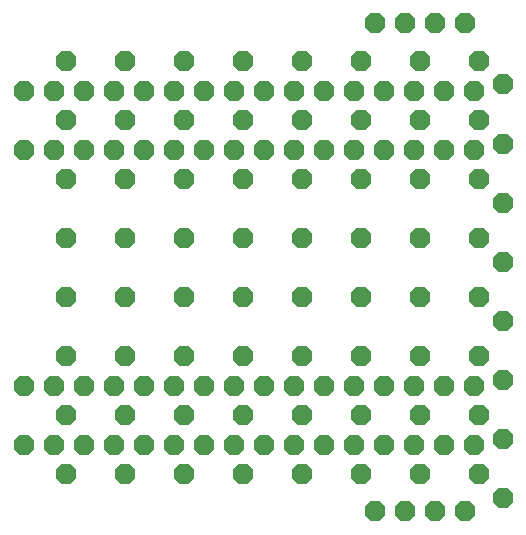
<source format=gbr>
G04 EAGLE Gerber RS-274X export*
G75*
%MOMM*%
%FSLAX34Y34*%
%LPD*%
%INSoldermask Top*%
%IPPOS*%
%AMOC8*
5,1,8,0,0,1.08239X$1,22.5*%
G01*
%ADD10P,1.869504X8X22.500000*%
%ADD11P,1.869504X8X202.500000*%


D10*
X50000Y50000D03*
X100000Y50000D03*
X150000Y50000D03*
X200000Y50000D03*
X250000Y50000D03*
X300000Y50000D03*
X350000Y50000D03*
X400000Y50000D03*
X50000Y100000D03*
X100000Y100000D03*
X150000Y100000D03*
X200000Y100000D03*
X250000Y100000D03*
X300000Y100000D03*
X350000Y100000D03*
X400000Y100000D03*
X50000Y150000D03*
X100000Y150000D03*
X150000Y150000D03*
X200000Y150000D03*
X250000Y150000D03*
X300000Y150000D03*
X350000Y150000D03*
X400000Y150000D03*
X50000Y200000D03*
X100000Y200000D03*
X150000Y200000D03*
X200000Y200000D03*
X250000Y200000D03*
X300000Y200000D03*
X350000Y200000D03*
X400000Y200000D03*
X50000Y250000D03*
X100000Y250000D03*
X150000Y250000D03*
X200000Y250000D03*
X250000Y250000D03*
X300000Y250000D03*
X350000Y250000D03*
X400000Y250000D03*
X50000Y300000D03*
X100000Y300000D03*
X150000Y300000D03*
X200000Y300000D03*
X250000Y300000D03*
X300000Y300000D03*
X350000Y300000D03*
X400000Y300000D03*
X50000Y350000D03*
X100000Y350000D03*
X150000Y350000D03*
X200000Y350000D03*
X250000Y350000D03*
X300000Y350000D03*
X350000Y350000D03*
X400000Y350000D03*
X50000Y400000D03*
X100000Y400000D03*
X150000Y400000D03*
X200000Y400000D03*
X250000Y400000D03*
X300000Y400000D03*
X350000Y400000D03*
X400000Y400000D03*
D11*
X420000Y30000D03*
X420000Y80000D03*
X420000Y130000D03*
X420000Y180000D03*
X420000Y230000D03*
X420000Y330000D03*
X420000Y280000D03*
X420000Y380000D03*
D10*
X14500Y74700D03*
X39900Y74700D03*
X65300Y74700D03*
X90700Y74700D03*
X116100Y74700D03*
X141500Y74700D03*
X166900Y74700D03*
X192300Y74700D03*
X217700Y74700D03*
X243100Y74700D03*
X268500Y74700D03*
X293900Y74700D03*
X319300Y74700D03*
X344700Y74700D03*
X370100Y74700D03*
X395500Y74700D03*
X14500Y124700D03*
X39900Y124700D03*
X65300Y124700D03*
X90700Y124700D03*
X116100Y124700D03*
X141500Y124700D03*
X166900Y124700D03*
X192300Y124700D03*
X217700Y124700D03*
X243100Y124700D03*
X268500Y124700D03*
X293900Y124700D03*
X319300Y124700D03*
X344700Y124700D03*
X370100Y124700D03*
X395500Y124700D03*
X14500Y324700D03*
X39900Y324700D03*
X65300Y324700D03*
X90700Y324700D03*
X116100Y324700D03*
X141500Y324700D03*
X166900Y324700D03*
X192300Y324700D03*
X217700Y324700D03*
X243100Y324700D03*
X268500Y324700D03*
X293900Y324700D03*
X319300Y324700D03*
X344700Y324700D03*
X370100Y324700D03*
X395500Y324700D03*
X14500Y374700D03*
X39900Y374700D03*
X65300Y374700D03*
X90700Y374700D03*
X116100Y374700D03*
X141500Y374700D03*
X166900Y374700D03*
X192300Y374700D03*
X217700Y374700D03*
X243100Y374700D03*
X268500Y374700D03*
X293900Y374700D03*
X319300Y374700D03*
X344700Y374700D03*
X370100Y374700D03*
X395500Y374700D03*
X311900Y18700D03*
X337300Y18700D03*
X362700Y18700D03*
X388100Y18700D03*
X311900Y431700D03*
X337300Y431700D03*
X362700Y431700D03*
X388100Y431700D03*
M02*

</source>
